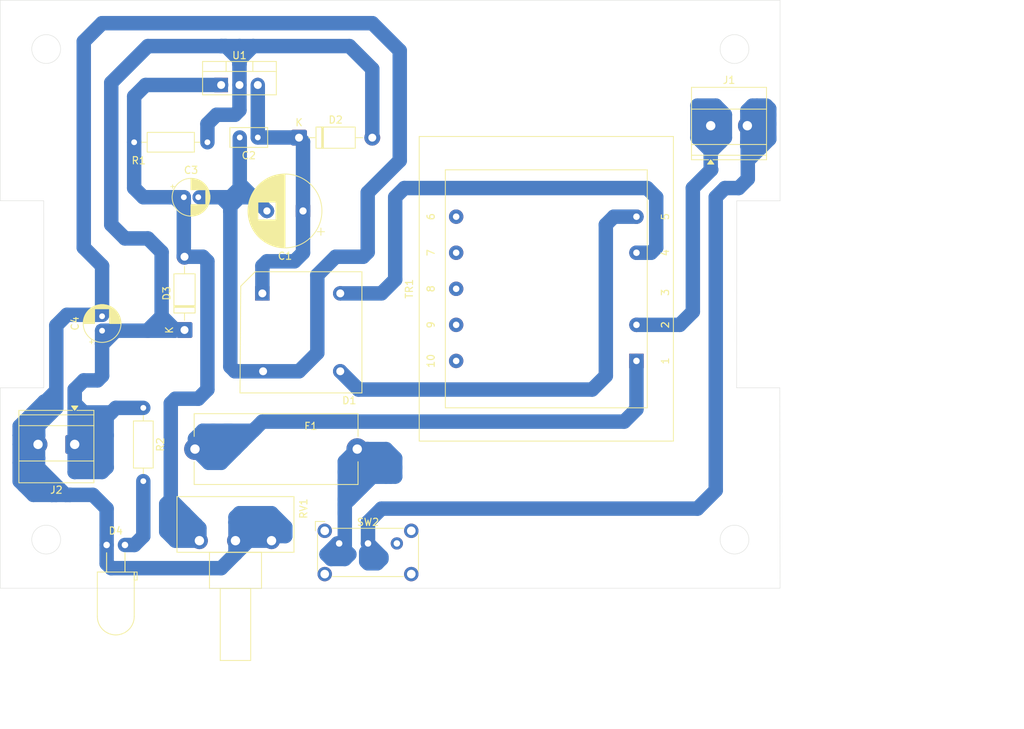
<source format=kicad_pcb>
(kicad_pcb (version 20241229) (generator "pcbnew") (generator_version "9.0")
  (title_block (title "PCB Trabajo Final Integrador") (date "2025-10-23") (rev "1.0") (company "Bolanho Alejo Eloy") (comment 1 "416154") (comment 2 "1R5"))
  (layers (0 "F.Cu" signal) (2 "B.Cu" signal) (13 "F.Paste" user) (15 "B.Paste" user) (5 "F.SilkS" user "F.Silkscreen") (7 "B.SilkS" user "B.Silkscreen") (1 "F.Mask" user) (3 "B.Mask" user) (25 "Edge.Cuts" user))
  (net 0 "")
  (net 1 "GND")
  (net 2 "Net-(D1-+)")
  (net 3 "Net-(D3-A)")
  (net 4 "+VDC")
  (net 5 "Net-(D1-Pad4)")
  (net 6 "Net-(D1-Pad3)")
  (net 7 "Net-(D4-A)")
  (net 8 "Net-(F1-Pad2)")
  (net 9 "Net-(SW2-B)")
  (net 10 "Net-(J1-Pin_1)")
  (net 11 "Net-(J1-Pin_2)")
  (footprint "Fuse:Fuseholder_Cylinder-5x20mm_Schurter_0031_8201_Horizontal_Open" (layer "F.Cu") (at 149.68 120.65 180)
    (property "Reference" "F1" (at 6.44 3.17 0) (layer "F.SilkS"))
    (property "Value" "Fuse")
    (pad "" np_thru_hole circle (at 11.25 0 180) (size 2.7 2.7) (drill 2.7) (layers "*.Cu" "*.Mask"))
    (pad "1" thru_hole circle (at 0 0 180) (size 3 3) (drill 1.3) (layers "*.Cu" "*.Mask") (net 9 "Net-(SW2-B)"))
    (pad "2" thru_hole circle (at 22.5 0 180) (size 3 3) (drill 1.3) (layers "*.Cu" "*.Mask") (net 8 "Net-(F1-Pad2)"))
  )
  (footprint "Transformer_THT:Transformer_Breve_TEZ-35x42" (layer "F.Cu") (at 188.395 108.425 90)
    (property "Reference" "TR1" (at 10 -31.5 90) (layer "F.SilkS"))
    (property "Value" "35-40V 2A")
    (fp_text user "3" (at 9.5 4 90) (layer "F.SilkS"))
    (fp_text user "1" (at 0 4 90) (layer "F.SilkS"))
    (fp_text user "4" (at 15 4 90) (layer "F.SilkS"))
    (fp_text user "7" (at 15 -28.5 90) (layer "F.SilkS"))
    (fp_text user "9" (at 5 -28.5 90) (layer "F.SilkS"))
    (fp_text user "8" (at 10 -28.5 90) (layer "F.SilkS"))
    (fp_text user "5" (at 20 4 90) (layer "F.SilkS"))
    (fp_text user "10" (at 0 -28.5 90) (layer "F.SilkS"))
    (fp_text user "2" (at 5 4 90) (layer "F.SilkS"))
    (fp_text user "6" (at 20 -28.5 90) (layer "F.SilkS"))
    (pad "1" thru_hole rect (at 0 0 90) (size 2 2) (drill 0.9) (layers "*.Cu" "*.Mask") (net 8 "Net-(F1-Pad2)"))
    (pad "2" thru_hole circle (at 5 0 90) (size 2 2) (drill 0.9) (layers "*.Cu" "*.Mask") (net 10 "Net-(J1-Pin_1)"))
    (pad "4" thru_hole circle (at 15 0 90) (size 2 2) (drill 0.9) (layers "*.Cu" "*.Mask") (net 5 "Net-(D1-Pad4)"))
    (pad "5" thru_hole circle (at 20 0 90) (size 2 2) (drill 0.9) (layers "*.Cu" "*.Mask") (net 6 "Net-(D1-Pad3)"))
    (pad "6" thru_hole circle (at 20 -25 90) (size 2 2) (drill 0.9) (layers "*.Cu" "*.Mask"))
    (pad "7" thru_hole circle (at 15 -25 90) (size 2 2) (drill 0.9) (layers "*.Cu" "*.Mask"))
    (pad "8" thru_hole circle (at 10 -25 90) (size 2 2) (drill 0.9) (layers "*.Cu" "*.Mask"))
    (pad "9" thru_hole circle (at 5 -25 90) (size 2 2) (drill 0.9) (layers "*.Cu" "*.Mask"))
    (pad "10" thru_hole circle (at 0 -25 90) (size 2 2) (drill 0.9) (layers "*.Cu" "*.Mask"))
  )
  (footprint "Resistor_THT:R_Axial_DIN0207_L6.3mm_D2.5mm_P10.16mm_Horizontal" (layer "F.Cu") (at 128.905 78.105 180)
    (property "Reference" "R1" (at 9.525 -2.54 0) (layer "F.SilkS"))
    (property "Value" "220R")
    (pad "1" thru_hole circle (at 0 0 180) (size 1.6 1.6) (drill 0.8) (layers "*.Cu" "*.Mask") (net 4 "+VDC"))
    (pad "2" thru_hole circle (at 10.16 0 180) (size 1.6 1.6) (drill 0.8) (layers "*.Cu" "*.Mask") (net 3 "Net-(D3-A)"))
  )
  (footprint "Capacitor_THT:C_Disc_D5.0mm_W2.5mm_P2.50mm" (layer "F.Cu") (at 135.89 77.442112 180)
    (property "Reference" "C2" (at 1.25 -2.5 0) (layer "F.SilkS"))
    (property "Value" "100nF")
    (pad "1" thru_hole circle (at 0 0 180) (size 1.6 1.6) (drill 0.8) (layers "*.Cu" "*.Mask") (net 2 "Net-(D1-+)"))
    (pad "2" thru_hole circle (at 2.5 0 180) (size 1.6 1.6) (drill 0.8) (layers "*.Cu" "*.Mask") (net 1 "GND"))
  )
  (footprint "Capacitor_THT:CP_Radial_D5.0mm_P2.00mm" (layer "F.Cu") (at 125.635 85.725)
    (property "Reference" "C3" (at 1 -3.75 0) (layer "F.SilkS"))
    (property "Value" "10uF")
    (pad "1" thru_hole roundrect (at 0 0) (size 1.6 1.6) (drill 0.8) (layers "*.Cu" "*.Mask") (roundrect_rratio 0.15625) (net 3 "Net-(D3-A)"))
    (pad "2" thru_hole circle (at 2 0) (size 1.6 1.6) (drill 0.8) (layers "*.Cu" "*.Mask") (net 1 "GND"))
  )
  (footprint "Capacitor_THT:CP_Radial_D5.0mm_P2.00mm" (layer "F.Cu") (at 114.3 104.235 90)
    (property "Reference" "C4" (at 1 -3.75 90) (layer "F.SilkS"))
    (property "Value" "10uF 50V")
    (pad "1" thru_hole roundrect (at 0 0 90) (size 1.6 1.6) (drill 0.8) (layers "*.Cu" "*.Mask") (roundrect_rratio 0.15625) (net 4 "+VDC"))
    (pad "2" thru_hole circle (at 2 0 90) (size 1.6 1.6) (drill 0.8) (layers "*.Cu" "*.Mask") (net 1 "GND"))
  )
  (footprint "TerminalBlock_Phoenix:TerminalBlock_Phoenix_MKDS-1,5-2-5.08_1x02_P5.08mm_Horizontal" (layer "F.Cu") (at 110.5 120 180)
    (property "Reference" "J2" (at 2.54 -6.32 0) (layer "F.SilkS"))
    (property "Value" "1,5-30V 1,5A")
    (pad "1" thru_hole roundrect (at 0 0 180) (size 2.6 2.6) (drill 1.3) (layers "*.Cu" "*.Mask") (roundrect_rratio 0.096154) (net 4 "+VDC"))
    (pad "2" thru_hole circle (at 5.08 0 180) (size 2.6 2.6) (drill 1.3) (layers "*.Cu" "*.Mask") (net 1 "GND"))
  )
  (footprint "Diode_THT:Diode_Bridge_16.7x16.7x6.3mm_P10.8mm" (layer "F.Cu") (at 136.525 99.06)
    (property "Reference" "D1" (at 12.05 14.85 180) (layer "F.SilkS"))
    (property "Value" "MDB6S")
    (pad "1" thru_hole rect (at 0 0 180) (size 2 2) (drill 1.1) (layers "*.Cu" "*.Mask") (net 2 "Net-(D1-+)"))
    (pad "2" thru_hole circle (at 0.1 10.8 180) (size 2 2) (drill 1.1) (layers "*.Cu" "*.Mask") (net 1 "GND"))
    (pad "3" thru_hole circle (at 10.8 10.8 180) (size 2 2) (drill 1.1) (layers "*.Cu" "*.Mask") (net 6 "Net-(D1-Pad3)"))
    (pad "4" thru_hole circle (at 10.8 0 180) (size 2 2) (drill 1.1) (layers "*.Cu" "*.Mask") (net 5 "Net-(D1-Pad4)"))
  )
  (footprint "Diode_THT:D_DO-41_SOD81_P10.16mm_Horizontal" (layer "F.Cu") (at 125.73 104.14 90)
    (property "Reference" "D3" (at 5.08 -2.47 90) (layer "F.SilkS"))
    (property "Value" "1N4002")
    (fp_text user "K" (at 0 -2.1 90) (layer "F.SilkS"))
    (pad "1" thru_hole roundrect (at 0 0 90) (size 2.2 2.2) (drill 1.1) (layers "*.Cu" "*.Mask") (roundrect_rratio 0.113636) (net 4 "+VDC"))
    (pad "2" thru_hole circle (at 10.16 0 90) (size 2.2 2.2) (drill 1.1) (layers "*.Cu" "*.Mask") (net 3 "Net-(D3-A)"))
  )
  (footprint "Button_Switch_THT:SW_E-Switch_EG1224_SPDT_Angled" (layer "F.Cu") (at 147.1725 133.7325)
    (property "Reference" "SW2" (at 4 -2.95 0) (layer "F.SilkS"))
    (property "Value" "SW_SPST")
    (pad "" thru_hole circle (at -2 -1.75) (size 2 2) (drill 1.2) (layers "*.Cu" "*.Mask"))
    (pad "" thru_hole circle (at -2 4.25) (size 2 2) (drill 1.2) (layers "*.Cu" "*.Mask"))
    (pad "" thru_hole circle (at 10 -1.75) (size 2 2) (drill 1.2) (layers "*.Cu" "*.Mask"))
    (pad "" thru_hole circle (at 10 4.25) (size 2 2) (drill 1.2) (layers "*.Cu" "*.Mask"))
    (pad "1" thru_hole circle (at 0 0) (size 1.7 1.7) (drill 0.9) (layers "*.Cu" "*.Mask") (net 9 "Net-(SW2-B)"))
    (pad "2" thru_hole circle (at 4 0) (size 1.7 1.7) (drill 0.9) (layers "*.Cu" "*.Mask") (net 11 "Net-(J1-Pin_2)"))
    (pad "3" thru_hole circle (at 8 0) (size 1.7 1.7) (drill 0.9) (layers "*.Cu" "*.Mask"))
  )
  (footprint "Package_TO_SOT_THT:TO-220-3_Vertical" (layer "F.Cu") (at 130.81 70.165)
    (property "Reference" "U1" (at 2.54 -4.1 0) (layer "F.SilkS"))
    (property "Value" "LM317_TO-220")
    (pad "1" thru_hole rect (at 0 0) (size 1.905 2) (drill 1.1) (layers "*.Cu" "*.Mask") (net 3 "Net-(D3-A)"))
    (pad "2" thru_hole oval (at 2.54 0) (size 1.905 2) (drill 1.1) (layers "*.Cu" "*.Mask") (net 4 "+VDC"))
    (pad "3" thru_hole oval (at 5.08 0) (size 1.905 2) (drill 1.1) (layers "*.Cu" "*.Mask") (net 2 "Net-(D1-+)"))
  )
  (footprint "Resistor_THT:R_Axial_DIN0207_L6.3mm_D2.5mm_P10.16mm_Horizontal" (layer "F.Cu") (at 120.015 114.935 -90)
    (property "Reference" "R2" (at 5.08 -2.37 90) (layer "F.SilkS"))
    (property "Value" "1K")
    (pad "1" thru_hole circle (at 0 0 270) (size 1.6 1.6) (drill 0.8) (layers "*.Cu" "*.Mask") (net 4 "+VDC"))
    (pad "2" thru_hole circle (at 10.16 0 270) (size 1.6 1.6) (drill 0.8) (layers "*.Cu" "*.Mask") (net 7 "Net-(D4-A)"))
  )
  (footprint "Diode_THT:D_DO-41_SOD81_P10.16mm_Horizontal" (layer "F.Cu") (at 141.605 77.47)
    (property "Reference" "D2" (at 5.08 -2.47 0) (layer "F.SilkS"))
    (property "Value" "1N4002")
    (fp_text user "K" (at 0 -2.1 0) (layer "F.SilkS"))
    (pad "1" thru_hole roundrect (at 0 0) (size 2.2 2.2) (drill 1.1) (layers "*.Cu" "*.Mask") (roundrect_rratio 0.113636) (net 2 "Net-(D1-+)"))
    (pad "2" thru_hole circle (at 10.16 0) (size 2.2 2.2) (drill 1.1) (layers "*.Cu" "*.Mask") (net 4 "+VDC"))
  )
  (footprint "Capacitor_THT:CP_Radial_D10.0mm_P5.00mm" (layer "F.Cu") (at 142.16 87.63 180)
    (property "Reference" "C1" (at 2.5 -6.25 0) (layer "F.SilkS"))
    (property "Value" "2200uF 63V")
    (pad "1" thru_hole roundrect (at 0 0 180) (size 2 2) (drill 1) (layers "*.Cu" "*.Mask") (roundrect_rratio 0.125) (net 2 "Net-(D1-+)"))
    (pad "2" thru_hole circle (at 5 0 180) (size 2 2) (drill 1) (layers "*.Cu" "*.Mask") (net 1 "GND"))
  )
  (footprint "Potentiometer_THT:Potentiometer_Piher_T-16H_Single_Horizontal" (layer "F.Cu") (at 127.795 133.35 -90)
    (property "Reference" "RV1" (at -4.445 -14.445 90) (layer "F.SilkS"))
    (property "Value" "5K")
    (pad "1" thru_hole circle (at 0 0 270) (size 2.34 2.34) (drill 1.3) (layers "*.Cu" "*.Mask") (net 3 "Net-(D3-A)"))
    (pad "2" thru_hole circle (at 0 -5 270) (size 2.34 2.34) (drill 1.3) (layers "*.Cu" "*.Mask") (net 1 "GND"))
    (pad "3" thru_hole circle (at 0 -10 270) (size 2.34 2.34) (drill 1.3) (layers "*.Cu" "*.Mask") (net 1 "GND"))
  )
  (footprint "LED_THT:LED_D5.0mm_Horizontal_O3.81mm_Z9.0mm" (layer "F.Cu") (at 114.93 133.945)
    (property "Reference" "D4" (at 1.27 -1.96 0) (layer "F.SilkS"))
    (property "Value" "LED")
    (pad "1" thru_hole rect (at 0 0) (size 1.8 1.8) (drill 0.9) (layers "*.Cu" "*.Mask") (net 1 "GND"))
    (pad "2" thru_hole circle (at 2.54 0) (size 1.8 1.8) (drill 0.9) (layers "*.Cu" "*.Mask") (net 7 "Net-(D4-A)"))
  )
  (footprint "TerminalBlock_Phoenix:TerminalBlock_Phoenix_MKDS-1,5-2-5.08_1x02_P5.08mm_Horizontal" (layer "F.Cu") (at 198.69 75.81)
    (property "Reference" "J1" (at 2.54 -6.32 0) (layer "F.SilkS"))
    (property "Value" "220V")
    (pad "1" thru_hole roundrect (at 0 0) (size 2.6 2.6) (drill 1.3) (layers "*.Cu" "*.Mask") (roundrect_rratio 0.096154) (net 10 "Net-(J1-Pin_1)"))
    (pad "2" thru_hole circle (at 5.08 0) (size 2.6 2.6) (drill 1.3) (layers "*.Cu" "*.Mask") (net 11 "Net-(J1-Pin_2)"))
  )
  (gr_circle (center 106.55 65.18) (end 108.55 65.18) (stroke (width 0.05)) (fill no) (layer "Edge.Cuts"))
  (gr_line (start 202.3 86.23) (end 202.28 112.16) (stroke (width 0.05)) (layer "Edge.Cuts"))
  (gr_line (start 208.305 86.23) (end 202.3 86.23) (stroke (width 0.05)) (layer "Edge.Cuts"))
  (gr_circle (center 106.55 133.2) (end 108.55 133.2) (stroke (width 0.05)) (fill no) (layer "Edge.Cuts"))
  (gr_line (start 100.195 58.43) (end 100.195 86.22) (stroke (width 0.05)) (layer "Edge.Cuts"))
  (gr_line (start 106.2 86.22) (end 106.22 112.16) (stroke (width 0.05)) (layer "Edge.Cuts"))
  (gr_line (start 100.195 58.43) (end 208.305 58.43) (stroke (width 0.05)) (layer "Edge.Cuts"))
  (gr_line (start 202.28 112.16) (end 208.28 112.16) (stroke (width 0.05)) (layer "Edge.Cuts"))
  (gr_line (start 208.28 112.16) (end 208.305 139.93) (stroke (width 0.05)) (layer "Edge.Cuts"))
  (gr_line (start 208.305 139.93) (end 100.195 139.93) (stroke (width 0.05)) (layer "Edge.Cuts"))
  (gr_line (start 208.305 86.23) (end 208.305 58.43) (stroke (width 0.05)) (layer "Edge.Cuts"))
  (gr_line (start 100.195 86.22) (end 106.2 86.22) (stroke (width 0.05)) (layer "Edge.Cuts"))
  (gr_line (start 106.22 112.16) (end 100.195 112.16) (stroke (width 0.05)) (layer "Edge.Cuts"))
  (gr_line (start 100.195 139.93) (end 100.195 112.16) (stroke (width 0.05)) (layer "Edge.Cuts"))
  (gr_circle (center 201.99 133.2) (end 203.99 133.2) (stroke (width 0.05)) (fill no) (layer "Edge.Cuts"))
  (gr_circle (center 201.99 65.18) (end 203.99 65.18) (stroke (width 0.05)) (fill no) (layer "Edge.Cuts"))
  (segment (start 114.93 133.945) (end 114.93 136.52) (width 2) (layer "B.Cu") (net 1))
  (segment (start 114.3 61.595) (end 151.765 61.595) (width 2) (layer "B.Cu") (net 1))
  (segment (start 155.575 65.405) (end 155.575 80.645) (width 2) (layer "B.Cu") (net 1))
  (segment (start 106.68 126.365) (end 107.315 127) (width 2) (layer "B.Cu") (net 1))
  (segment (start 109.855 127) (end 109.23 127) (width 2) (layer "B.Cu") (net 1))
  (segment (start 133.39 84.415) (end 132.08 85.725) (width 2) (layer "B.Cu") (net 1))
  (segment (start 104.785 122.555) (end 105.42 121.92) (width 2) (layer "B.Cu") (net 1))
  (segment (start 104.775 119.38) (end 103.505 120.65) (width 2) (layer "B.Cu") (net 1))
  (segment (start 109.421 102.034) (end 114.3 102.034) (width 2) (layer "B.Cu") (net 1))
  (segment (start 134.62 133.35) (end 137.795 133.35) (width 2) (layer "B.Cu") (net 1))
  (segment (start 133.7075 131.7225) (end 135.89 129.54) (width 2) (layer "B.Cu") (net 1))
  (segment (start 133.7075 131.7225) (end 132.795 130.81) (width 2) (layer "B.Cu") (net 1))
  (segment (start 130.81 85.725) (end 127.836 85.725) (width 2) (layer "B.Cu") (net 1))
  (segment (start 111.76 64.135) (end 114.3 61.595) (width 2) (layer "B.Cu") (net 1))
  (segment (start 107.315 127) (end 107.95 127) (width 2) (layer "B.Cu") (net 1))
  (segment (start 137.795 129.54) (end 139.7 131.445) (width 2) (layer "B.Cu") (net 1))
  (segment (start 132.08 86.995) (end 133.35 85.725) (width 2) (layer "B.Cu") (net 1))
  (segment (start 102.87 122.555) (end 104.785 122.555) (width 2) (layer "B.Cu") (net 1))
  (segment (start 107.95 114.935) (end 107.95 112.552058) (width 2) (layer "B.Cu") (net 1))
  (segment (start 102.87 125.095) (end 103.505 125.73) (width 2) (layer "B.Cu") (net 1))
  (segment (start 135.89 129.54) (end 137.795 129.54) (width 2) (layer "B.Cu") (net 1))
  (segment (start 132.72 109.86) (end 132.08 109.22) (width 2) (layer "B.Cu") (net 1))
  (segment (start 139.7 131.445) (end 139.7 132.715) (width 2) (layer "B.Cu") (net 1))
  (segment (start 104.775 116.84) (end 104.775 119.38) (width 2) (layer "B.Cu") (net 1))
  (segment (start 132.795 130.095) (end 133.35 129.54) (width 2) (layer "B.Cu") (net 1))
  (segment (start 134.62 85.725) (end 134.9375 85.4075) (width 2) (layer "B.Cu") (net 1))
  (segment (start 136.525 131.445) (end 137.16 131.445) (width 2) (layer "B.Cu") (net 1))
  (segment (start 132.795 133.35) (end 134.62 133.35) (width 2) (layer "B.Cu") (net 1))
  (segment (start 103.505 125.73) (end 105.41 123.825) (width 2) (layer "B.Cu") (net 1))
  (segment (start 102.87 118.745) (end 105.42 118.745) (width 2) (layer "B.Cu") (net 1))
  (segment (start 105.42 118.745) (end 105.42 116.84) (width 2) (layer "B.Cu") (net 1))
  (segment (start 115.57 137.16) (end 130.81 137.16) (width 2) (layer "B.Cu") (net 1))
  (segment (start 133.35 85.725) (end 134.62 85.725) (width 2) (layer "B.Cu") (net 1))
  (segment (start 151.765 61.595) (end 155.575 65.405) (width 2) (layer "B.Cu") (net 1))
  (segment (start 132.08 85.725) (end 133.35 85.725) (width 2) (layer "B.Cu") (net 1))
  (segment (start 133.39 83.86) (end 134.9375 85.4075) (width 2) (layer "B.Cu") (net 1))
  (segment (start 134.62 132.635) (end 133.7075 131.7225) (width 2) (layer "B.Cu") (net 1))
  (segment (start 132.795 130.81) (end 132.795 130.095) (width 2) (layer "B.Cu") (net 1))
  (segment (start 132.795 133.35) (end 132.795 130.81) (width 2) (layer "B.Cu") (net 1))
  (segment (start 136.2475 131.7225) (end 136.2475 131.8025) (width 2) (layer "B.Cu") (net 1))
  (segment (start 132.795 135.175) (end 134.62 133.35) (width 2) (layer "B.Cu") (net 1))
  (segment (start 105.41 123.825) (end 104.14 123.825) (width 2) (layer "B.Cu") (net 1))
  (segment (start 133.39 77.442112) (end 133.39 83.86) (width 2) (layer "B.Cu") (net 1))
  (segment (start 155.575 80.645) (end 151.13 85.09) (width 2) (layer "B.Cu") (net 1))
  (segment (start 132.08 109.22) (end 132.08 87.63) (width 2) (layer "B.Cu") (net 1))
  (segment (start 105.42 116.84) (end 105.42 115.082058) (width 2) (layer "B.Cu") (net 1))
  (segment (start 107.95 127) (end 109.855 127) (width 2) (layer "B.Cu") (net 1))
  (segment (start 113.03 127) (end 114.93 128.9) (width 2) (layer "B.Cu") (net 1))
  (segment (start 105.42 116.84) (end 104.775 116.84) (width 2) (layer "B.Cu") (net 1))
  (segment (start 138.43 132.715) (end 137.795 133.35) (width 2) (layer "B.Cu") (net 1))
  (segment (start 104.775 116.84) (end 102.87 118.745) (width 2) (layer "B.Cu") (net 1))
  (segment (start 130.81 85.725) (end 132.08 86.995) (width 2) (layer "B.Cu") (net 1))
  (segment (start 109.23 127) (end 105.42 123.19) (width 2) (layer "B.Cu") (net 1))
  (segment (start 106.3625 126.0475) (end 106.68 126.365) (width 2) (layer "B.Cu") (net 1))
  (segment (start 144.145 96.52) (end 144.145 107.315) (width 2) (layer "B.Cu") (net 1))
  (segment (start 102.87 118.745) (end 102.87 120.015) (width 2) (layer "B.Cu") (net 1))
  (segment (start 133.39 83.86) (end 133.39 84.415) (width 2) (layer "B.Cu") (net 1))
  (segment (start 133.7075 131.7225) (end 136.2475 131.7225) (width 2) (layer "B.Cu") (net 1))
  (segment (start 133.35 129.54) (end 135.89 129.54) (width 2) (layer "B.Cu") (net 1))
  (segment (start 105.42 125.105) (end 105.42 123.825) (width 2) (layer "B.Cu") (net 1))
  (segment (start 105.42 115.082058) (end 106.441029 114.061029) (width 2) (layer "B.Cu") (net 1))
  (segment (start 105.42 117.465) (end 107.95 114.935) (width 2) (layer "B.Cu") (net 1))
  (segment (start 105.42 121.92) (end 104.775 121.92) (width 2) (layer "B.Cu") (net 1))
  (segment (start 109.855 127) (end 113.03 127) (width 2) (layer "B.Cu") (net 1))
  (segment (start 134.9375 85.4075) (end 137.16 87.63) (width 2) (layer "B.Cu") (net 1))
  (segment (start 132.08 87.63) (end 132.08 85.725) (width 2) (layer "B.Cu") (net 1))
  (segment (start 102.87 117.475) (end 102.87 118.745) (width 2) (layer "B.Cu") (net 1))
  (segment (start 139.7 132.715) (end 138.43 132.715) (width 2) (layer "B.Cu") (net 1))
  (segment (start 130.81 137.16) (end 132.795 135.175) (width 2) (layer "B.Cu") (net 1))
  (segment (start 102.87 122.555) (end 102.87 125.095) (width 2) (layer "B.Cu") (net 1))
  (segment (start 136.625 109.86) (end 132.72 109.86) (width 2) (layer "B.Cu") (net 1))
  (segment (start 103.505 125.73) (end 104.775 127) (width 2) (layer "B.Cu") (net 1))
  (segment (start 114.93 136.52) (end 115.57 137.16) (width 2) (layer "B.Cu") (net 1))
  (segment (start 105.42 125.105) (end 107.315 127) (width 2) (layer "B.Cu") (net 1))
  (segment (start 105.41 123.825) (end 105.42 123.825) (width 2) (layer "B.Cu") (net 1))
  (segment (start 114.3 95.25) (end 111.76 92.71) (width 2) (layer "B.Cu") (net 1))
  (segment (start 111.76 92.71) (end 111.76 64.135) (width 2) (layer "B.Cu") (net 1))
  (segment (start 105.42 123.19) (end 105.42 121.92) (width 2) (layer "B.Cu") (net 1))
  (segment (start 107.95 103.505) (end 109.421 102.034) (width 2) (layer "B.Cu") (net 1))
  (segment (start 104.14 123.825) (end 102.87 122.555) (width 2) (layer "B.Cu") (net 1))
  (segment (start 134.62 133.35) (end 134.62 132.635) (width 2) (layer "B.Cu") (net 1))
  (segment (start 141.6 109.86) (end 136.625 109.86) (width 2) (layer "B.Cu") (net 1))
  (segment (start 105.42 120) (end 105.42 118.745) (width 2) (layer "B.Cu") (net 1))
  (segment (start 151.13 85.09) (end 151.13 93.345) (width 2) (layer "B.Cu") (net 1))
  (segment (start 106.441029 114.061029) (end 106.283971 114.061029) (width 2) (layer "B.Cu") (net 1))
  (segment (start 103.505 120.65) (end 102.87 120.015) (width 2) (layer "B.Cu") (net 1))
  (segment (start 132.08 87.63) (end 132.08 86.995) (width 2) (layer "B.Cu") (net 1))
  (segment (start 102.87 120.015) (end 102.87 122.555) (width 2) (layer "B.Cu") (net 1))
  (segment (start 104.775 121.92) (end 103.505 120.65) (width 2) (layer "B.Cu") (net 1))
  (segment (start 150.495 93.98) (end 146.685 93.98) (width 2) (layer "B.Cu") (net 1))
  (segment (start 104.775 127) (end 107.95 127) (width 2) (layer "B.Cu") (net 1))
  (segment (start 105.42 123.825) (end 105.42 123.19) (width 2) (layer "B.Cu") (net 1))
  (segment (start 132.795 135.175) (end 132.795 133.35) (width 2) (layer "B.Cu") (net 1))
  (segment (start 106.441029 114.061029) (end 107.95 112.552058) (width 2) (layer "B.Cu") (net 1))
  (segment (start 106.283971 114.061029) (end 102.87 117.475) (width 2) (layer "B.Cu") (net 1))
  (segment (start 132.08 85.725) (end 130.81 85.725) (width 2) (layer "B.Cu") (net 1))
  (segment (start 137.16 131.445) (end 138.43 132.715) (width 2) (layer "B.Cu") (net 1))
  (segment (start 136.525 131.445) (end 136.2475 131.7225) (width 2) (layer "B.Cu") (net 1))
  (segment (start 107.95 112.552058) (end 107.95 103.505) (width 2) (layer "B.Cu") (net 1))
  (segment (start 114.93 128.9) (end 114.93 133.945) (width 2) (layer "B.Cu") (net 1))
  (segment (start 144.145 107.315) (end 141.6 109.86) (width 2) (layer "B.Cu") (net 1))
  (segment (start 105.42 118.745) (end 105.42 117.465) (width 2) (layer "B.Cu") (net 1))
  (segment (start 146.685 93.98) (end 144.145 96.52) (width 2) (layer "B.Cu") (net 1))
  (segment (start 105.42 121.92) (end 105.42 120) (width 2) (layer "B.Cu") (net 1))
  (segment (start 105.42 125.105) (end 106.68 126.365) (width 2) (layer "B.Cu") (net 1))
  (segment (start 114.3 102.034) (end 114.3 95.25) (width 2) (layer "B.Cu") (net 1))
  (segment (start 136.2475 131.8025) (end 137.795 133.35) (width 2) (layer "B.Cu") (net 1))
  (segment (start 151.13 93.345) (end 150.495 93.98) (width 2) (layer "B.Cu") (net 1))
  (segment (start 142.16 87.63) (end 142.16 78.025) (width 2) (layer "B.Cu") (net 2))
  (segment (start 142.16 78.025) (end 141.605 77.47) (width 2) (layer "B.Cu") (net 2))
  (segment (start 140.97 94.615) (end 137.16 94.615) (width 2) (layer "B.Cu") (net 2))
  (segment (start 142.16 87.63) (end 142.16 93.425) (width 2) (layer "B.Cu") (net 2))
  (segment (start 136.525 95.25) (end 136.525 99.06) (width 2) (layer "B.Cu") (net 2))
  (segment (start 135.89 77.442112) (end 135.89 70.165) (width 2) (layer "B.Cu") (net 2))
  (segment (start 142.16 93.425) (end 140.97 94.615) (width 2) (layer "B.Cu") (net 2))
  (segment (start 135.89 77.442112) (end 141.577112 77.442112) (width 2) (layer "B.Cu") (net 2))
  (segment (start 137.16 94.615) (end 136.525 95.25) (width 2) (layer "B.Cu") (net 2))
  (segment (start 141.577112 77.442112) (end 141.605 77.47) (width 2) (layer "B.Cu") (net 2))
  (segment (start 123.825 85.725) (end 124.364 85.725) (width 2) (layer "B.Cu") (net 3))
  (segment (start 123.19 131.445) (end 123.19 128.27) (width 2) (layer "B.Cu") (net 3))
  (segment (start 123.19 128.27) (end 123.825 127.635) (width 2) (layer "B.Cu") (net 3))
  (segment (start 125.73 129.54) (end 127.3175 131.1275) (width 2) (layer "B.Cu") (net 3))
  (segment (start 127.3175 131.1275) (end 127.795 131.605) (width 2) (layer "B.Cu") (net 3))
  (segment (start 124.46 133.35) (end 123.19 132.08) (width 2) (layer "B.Cu") (net 3))
  (segment (start 127 131.445) (end 127.3175 131.1275) (width 2) (layer "B.Cu") (net 3))
  (segment (start 118.745 78.105) (end 118.745 84.455) (width 2) (layer "B.Cu") (net 3))
  (segment (start 127.795 131.605) (end 127.795 133.35) (width 2) (layer "B.Cu") (net 3))
  (segment (start 123.825 85.725) (end 125.635 85.725) (width 2) (layer "B.Cu") (net 3))
  (segment (start 120.335 70.165) (end 130.81 70.165) (width 2) (layer "B.Cu") (net 3))
  (segment (start 124.364 85.725) (end 125.634 86.995) (width 2) (layer "B.Cu") (net 3))
  (segment (start 124.46 113.665) (end 123.825 114.3) (width 2) (layer "B.Cu") (net 3))
  (segment (start 125.634 86.995) (end 125.634 85.725) (width 2) (layer "B.Cu") (net 3))
  (segment (start 127.795 133.35) (end 124.46 133.35) (width 2) (layer "B.Cu") (net 3))
  (segment (start 128.905 94.615) (end 128.905 112.395) (width 2) (layer "B.Cu") (net 3))
  (segment (start 128.27 93.98) (end 128.905 94.615) (width 2) (layer "B.Cu") (net 3))
  (segment (start 123.825 114.3) (end 123.825 127.635) (width 2) (layer "B.Cu") (net 3))
  (segment (start 125.73 93.98) (end 125.634 93.884) (width 2) (layer "B.Cu") (net 3))
  (segment (start 128.905 112.395) (end 127.635 113.665) (width 2) (layer "B.Cu") (net 3))
  (segment (start 123.19 131.445) (end 127 131.445) (width 2) (layer "B.Cu") (net 3))
  (segment (start 123.19 132.08) (end 123.19 131.445) (width 2) (layer "B.Cu") (net 3))
  (segment (start 125.634 93.884) (end 125.634 86.995) (width 2) (layer "B.Cu") (net 3))
  (segment (start 118.745 84.455) (end 120.015 85.725) (width 2) (layer "B.Cu") (net 3))
  (segment (start 118.745 78.105) (end 118.745 71.755) (width 2) (layer "B.Cu") (net 3))
  (segment (start 118.745 71.755) (end 120.335 70.165) (width 2) (layer "B.Cu") (net 3))
  (segment (start 127.635 113.665) (end 124.46 113.665) (width 2) (layer "B.Cu") (net 3))
  (segment (start 123.825 127.635) (end 125.73 129.54) (width 2) (layer "B.Cu") (net 3))
  (segment (start 125.73 93.98) (end 128.27 93.98) (width 2) (layer "B.Cu") (net 3))
  (segment (start 123.19 131.445) (end 125.095 129.54) (width 2) (layer "B.Cu") (net 3))
  (segment (start 125.095 129.54) (end 125.73 129.54) (width 2) (layer "B.Cu") (net 3))
  (segment (start 120.015 85.725) (end 123.825 85.725) (width 2) (layer "B.Cu") (net 3))
  (segment (start 110.5 123.815) (end 110.49 123.825) (width 2) (layer "B.Cu") (net 4))
  (segment (start 110.5 112.385) (end 111.76 111.125) (width 2) (layer "B.Cu") (net 4))
  (segment (start 123.19 104.14) (end 125.73 104.14) (width 2) (layer "B.Cu") (net 4))
  (segment (start 112.395 117.475) (end 112.395 121.285) (width 2) (layer "B.Cu") (net 4))
  (segment (start 114.935 123.19) (end 114.3 123.825) (width 2) (layer "B.Cu") (net 4))
  (segment (start 113.665 117.475) (end 113.04 117.475) (width 2) (layer "B.Cu") (net 4))
  (segment (start 122.555 102.235) (end 124.46 104.14) (width 2) (layer "B.Cu") (net 4))
  (segment (start 113.665 119.38) (end 113.03 120.015) (width 2) (layer "B.Cu") (net 4))
  (segment (start 111.76 115.57) (end 110.5 114.31) (width 2) (layer "B.Cu") (net 4))
  (segment (start 120.65 104.236) (end 116.205 104.236) (width 2) (layer "B.Cu") (net 4))
  (segment (start 114.3 106.045) (end 114.3 104.235) (width 2) (layer "B.Cu") (net 4))
  (segment (start 114.3 106.045) (end 114.396 106.045) (width 2) (layer "B.Cu") (net 4))
  (segment (start 115.57 69.85) (end 120.65 64.77) (width 2) (layer "B.Cu") (net 4))
  (segment (start 133.35 66.675) (end 133.35 67.31) (width 2) (layer "B.Cu") (net 4))
  (segment (start 114.396 106.045) (end 116.205 104.236) (width 2) (layer "B.Cu") (net 4))
  (segment (start 113.665 117.475) (end 114.3 118.11) (width 2) (layer "B.Cu") (net 4))
  (segment (start 113.03 120.015) (end 113.03 121.92) (width 2) (layer "B.Cu") (net 4))
  (segment (start 131.445 64.77) (end 130.81 64.77) (width 2) (layer "B.Cu") (net 4))
  (segment (start 120.65 64.77) (end 130.81 64.77) (width 2) (layer "B.Cu") (net 4))
  (segment (start 151.765 67.945) (end 151.765 77.47) (width 2) (layer "B.Cu") (net 4))
  (segment (start 113.03 122.555) (end 110.5 122.555) (width 2) (layer "B.Cu") (net 4))
  (segment (start 110.5 122.555) (end 110.5 120) (width 2) (layer "B.Cu") (net 4))
  (segment (start 115.57 115.57) (end 111.76 115.57) (width 2) (layer "B.Cu") (net 4))
  (segment (start 112.395 121.285) (end 113.03 121.92) (width 2) (layer "B.Cu") (net 4))
  (segment (start 110.5 114.935) (end 110.5 117.475) (width 2) (layer "B.Cu") (net 4))
  (segment (start 110.5 117.475) (end 110.5 120) (width 2) (layer "B.Cu") (net 4))
  (segment (start 115.57 115.57) (end 116.205 114.935) (width 2) (layer "B.Cu") (net 4))
  (segment (start 133.35 64.77) (end 135.255 64.77) (width 2) (layer "B.Cu") (net 4))
  (segment (start 133.35 67.31) (end 133.35 64.77) (width 2) (layer "B.Cu") (net 4))
  (segment (start 135.255 64.77) (end 133.35 66.675) (width 2) (layer "B.Cu") (net 4))
  (segment (start 113.04 117.475) (end 110.5 114.935) (width 2) (layer "B.Cu") (net 4))
  (segment (start 116.205 104.236) (end 114.3 104.236) (width 2) (layer "B.Cu") (net 4))
  (segment (start 114.935 116.205) (end 115.57 115.57) (width 2) (layer "B.Cu") (net 4))
  (segment (start 113.665 123.19) (end 113.03 122.555) (width 2) (layer "B.Cu") (net 4))
  (segment (start 130.175 74.295) (end 132.715 74.295) (width 2) (layer "B.Cu") (net 4))
  (segment (start 132.715 74.295) (end 133.35 73.66) (width 2) (layer "B.Cu") (net 4))
  (segment (start 114.3 123.825) (end 110.49 123.825) (width 2) (layer "B.Cu") (net 4))
  (segment (start 114.3 110.49) (end 114.3 106.045) (width 2) (layer "B.Cu") (net 4))
  (segment (start 130.81 64.77) (end 133.35 64.77) (width 2) (layer "B.Cu") (net 4))
  (segment (start 110.5 123.815) (end 110.5 122.555) (width 2) (layer "B.Cu") (net 4))
  (segment (start 120.65 91.44) (end 117.475 91.44) (width 2) (layer "B.Cu") (net 4))
  (segment (start 113.665 111.125) (end 114.3 110.49) (width 2) (layer "B.Cu") (net 4))
  (segment (start 110.5 117.475) (end 112.395 117.475) (width 2) (layer "B.Cu") (net 4))
  (segment (start 122.555 103.505) (end 123.19 104.14) (width 2) (layer "B.Cu") (net 4))
  (segment (start 133.35 73.66) (end 133.35 70.165) (width 2) (layer "B.Cu") (net 4))
  (segment (start 114.3 118.11) (end 111.76 115.57) (width 2) (layer "B.Cu") (net 4))
  (segment (start 110.5 112.385) (end 110.5 123.815) (width 2) (layer "B.Cu") (net 4))
  (segment (start 115.57 89.535) (end 115.57 69.85) (width 2) (layer "B.Cu") (net 4))
  (segment (start 120.65 104.236) (end 120.65 104.14) (width 2) (layer "B.Cu") (net 4))
  (segment (start 114.935 123.19) (end 114.3 123.19) (width 2) (layer "B.Cu") (net 4))
  (segment (start 124.46 104.14) (end 124.364 104.236) (width 2) (layer "B.Cu") (net 4))
  (segment (start 114.935 118.745) (end 114.935 116.205) (width 2) (layer "B.Cu") (net 4))
  (segment (start 112.395 117.475) (end 113.665 117.475) (width 2) (layer "B.Cu") (net 4))
  (segment (start 114.935 118.745) (end 114.935 123.19) (width 2) (layer "B.Cu") (net 4))
  (segment (start 113.03 121.92) (end 114.3 123.19) (width 2) (layer "B.Cu") (net 4))
  (segment (start 122.555 102.235) (end 122.555 103.505) (width 2) (layer "B.Cu") (net 4))
  (segment (start 113.665 117.475) (end 113.665 119.38) (width 2) (layer "B.Cu") (net 4))
  (segment (start 114.3 123.19) (end 113.665 123.19) (width 2) (layer "B.Cu") (net 4))
  (segment (start 117.475 91.44) (end 115.57 89.535) (width 2) (layer "B.Cu") (net 4))
  (segment (start 128.905 75.565) (end 130.175 74.295) (width 2) (layer "B.Cu") (net 4))
  (segment (start 148.59 64.77) (end 151.765 67.945) (width 2) (layer "B.Cu") (net 4))
  (segment (start 128.905 78.105) (end 128.905 75.565) (width 2) (layer "B.Cu") (net 4))
  (segment (start 111.76 111.125) (end 113.665 111.125) (width 2) (layer "B.Cu") (net 4))
  (segment (start 135.255 64.77) (end 148.59 64.77) (width 2) (layer "B.Cu") (net 4))
  (segment (start 114.3 118.11) (end 114.935 118.745) (width 2) (layer "B.Cu") (net 4))
  (segment (start 133.35 66.675) (end 131.445 64.77) (width 2) (layer "B.Cu") (net 4))
  (segment (start 110.5 114.31) (end 110.5 112.385) (width 2) (layer "B.Cu") (net 4))
  (segment (start 120.65 104.14) (end 122.555 102.235) (width 2) (layer "B.Cu") (net 4))
  (segment (start 125.73 104.14) (end 124.46 104.14) (width 2) (layer "B.Cu") (net 4))
  (segment (start 124.364 104.236) (end 120.65 104.236) (width 2) (layer "B.Cu") (net 4))
  (segment (start 133.35 70.165) (end 133.35 67.31) (width 2) (layer "B.Cu") (net 4))
  (segment (start 120.65 91.44) (end 122.555 93.345) (width 2) (layer "B.Cu") (net 4))
  (segment (start 116.205 114.935) (end 120.015 114.935) (width 2) (layer "B.Cu") (net 4))
  (segment (start 122.555 102.235) (end 122.555 93.345) (width 2) (layer "B.Cu") (net 4))
  (segment (start 189.865 84.455) (end 156.21 84.455) (width 2) (layer "B.Cu") (net 5))
  (segment (start 191.135 85.725) (end 189.865 84.455) (width 2) (layer "B.Cu") (net 5))
  (segment (start 154.94 85.725) (end 154.94 97.155) (width 2) (layer "B.Cu") (net 5))
  (segment (start 156.21 84.455) (end 154.94 85.725) (width 2) (layer "B.Cu") (net 5))
  (segment (start 153.035 99.06) (end 147.325 99.06) (width 2) (layer "B.Cu") (net 5))
  (segment (start 153.035 99.06) (end 154.94 97.155) (width 2) (layer "B.Cu") (net 5))
  (segment (start 190.42 93.425) (end 191.135 92.71) (width 2) (layer "B.Cu") (net 5))
  (segment (start 191.135 92.71) (end 191.135 85.725) (width 2) (layer "B.Cu") (net 5))
  (segment (start 188.395 93.425) (end 190.42 93.425) (width 2) (layer "B.Cu") (net 5))
  (segment (start 184.15 89.535) (end 185.26 88.425) (width 2) (layer "B.Cu") (net 6))
  (segment (start 149.86 112.395) (end 182.245 112.395) (width 2) (layer "B.Cu") (net 6))
  (segment (start 184.15 110.49) (end 184.15 89.535) (width 2) (layer "B.Cu") (net 6))
  (segment (start 185.26 88.425) (end 188.395 88.425) (width 2) (layer "B.Cu") (net 6))
  (segment (start 147.325 109.86) (end 149.86 112.395) (width 2) (layer "B.Cu") (net 6))
  (segment (start 182.245 112.395) (end 184.15 110.49) (width 2) (layer "B.Cu") (net 6))
  (segment (start 117.47 133.945) (end 118.785 133.945) (width 2) (layer "B.Cu") (net 7))
  (segment (start 118.785 133.945) (end 120.015 132.715) (width 2) (layer "B.Cu") (net 7))
  (segment (start 120.015 132.715) (end 120.015 125.095) (width 2) (layer "B.Cu") (net 7))
  (segment (start 129.54 120.65) (end 127.18 120.65) (width 2) (layer "B.Cu") (net 8))
  (segment (start 133.6675 119.6975) (end 132.715 120.65) (width 2) (layer "B.Cu") (net 8))
  (segment (start 128.27 118.11) (end 129.72 118.11) (width 2) (layer "B.Cu") (net 8))
  (segment (start 129.72 118.11) (end 132.08 118.11) (width 2) (layer "B.Cu") (net 8))
  (segment (start 132.08 118.11) (end 133.6675 119.6975) (width 2) (layer "B.Cu") (net 8))
  (segment (start 130.81 119.38) (end 129.8575 120.3325) (width 2) (layer "B.Cu") (net 8))
  (segment (start 135.5725 117.7925) (end 136.525 116.84) (width 2) (layer "B.Cu") (net 8))
  (segment (start 132.715 119.38) (end 132.715 120.65) (width 2) (layer "B.Cu") (net 8))
  (segment (start 129.085 122.555) (end 127.18 120.65) (width 2) (layer "B.Cu") (net 8))
  (segment (start 130.81 122.555) (end 130.81 119.38) (width 2) (layer "B.Cu") (net 8))
  (segment (start 129.8575 120.3325) (end 129.54 120.65) (width 2) (layer "B.Cu") (net 8))
  (segment (start 129.8575 119.6975) (end 131.445 118.11) (width 2) (layer "B.Cu") (net 8))
  (segment (start 132.715 119.38) (end 130.81 119.38) (width 2) (layer "B.Cu") (net 8))
  (segment (start 132.715 120.65) (end 130.81 122.555) (width 2) (layer "B.Cu") (net 8))
  (segment (start 188.395 115.135) (end 188.395 108.425) (width 2) (layer "B.Cu") (net 8))
  (segment (start 132.08 118.11) (end 135.255 118.11) (width 2) (layer "B.Cu") (net 8))
  (segment (start 127.18 120.65) (end 129.72 118.11) (width 2) (layer "B.Cu") (net 8))
  (segment (start 129.8575 119.6975) (end 128.27 118.11) (width 2) (layer "B.Cu") (net 8))
  (segment (start 127.18 119.2) (end 128.27 118.11) (width 2) (layer "B.Cu") (net 8))
  (segment (start 136.525 116.84) (end 186.69 116.84) (width 2) (layer "B.Cu") (net 8))
  (segment (start 135.255 118.11) (end 135.5725 117.7925) (width 2) (layer "B.Cu") (net 8))
  (segment (start 130.81 122.555) (end 129.085 122.555) (width 2) (layer "B.Cu") (net 8))
  (segment (start 131.445 118.11) (end 132.08 118.11) (width 2) (layer "B.Cu") (net 8))
  (segment (start 129.8575 120.3325) (end 129.8575 119.6975) (width 2) (layer "B.Cu") (net 8))
  (segment (start 131.445 118.11) (end 132.715 119.38) (width 2) (layer "B.Cu") (net 8))
  (segment (start 127.18 120.65) (end 127.18 119.2) (width 2) (layer "B.Cu") (net 8))
  (segment (start 186.69 116.84) (end 188.395 115.135) (width 2) (layer "B.Cu") (net 8))
  (segment (start 133.6675 119.6975) (end 135.5725 117.7925) (width 2) (layer "B.Cu") (net 8))
  (segment (start 152.4 121.92) (end 152.4 123.19) (width 2) (layer "B.Cu") (net 9))
  (segment (start 147.955 127.635) (end 147.955 125.095) (width 2) (layer "B.Cu") (net 9))
  (segment (start 151.13 125.095) (end 151.765 124.46) (width 2) (layer "B.Cu") (net 9))
  (segment (start 149.68 120.65) (end 153.67 120.65) (width 2) (layer "B.Cu") (net 9))
  (segment (start 147.1725 133.7325) (end 146.9375 133.7325) (width 2) (layer "B.Cu") (net 9))
  (segment (start 147.955 125.095) (end 151.13 125.095) (width 2) (layer "B.Cu") (net 9))
  (segment (start 147.955 129.54) (end 147.955 127.635) (width 2) (layer "B.Cu") (net 9))
  (segment (start 151.765 124.46) (end 154.94 124.46) (width 2) (layer "B.Cu") (net 9))
  (segment (start 151.945 122.375) (end 152.4 121.92) (width 2) (layer "B.Cu") (net 9))
  (segment (start 147.955 134.62) (end 147.955 129.54) (width 2) (layer "B.Cu") (net 9))
  (segment (start 154.305 124.46) (end 153.67 124.46) (width 2) (layer "B.Cu") (net 9))
  (segment (start 150.8125 123.5075) (end 149.68 122.375) (width 2) (layer "B.Cu") (net 9))
  (segment (start 150.8125 123.5075) (end 150.495 123.825) (width 2) (layer "B.Cu") (net 9))
  (segment (start 150.1775 126.0475) (end 151.13 125.095) (width 2) (layer "B.Cu") (net 9))
  (segment (start 148.59 127.635) (end 150.1775 126.0475) (width 2) (layer "B.Cu") (net 9))
  (segment (start 154.94 123.19) (end 154.94 124.46) (width 2) (layer "B.Cu") (net 9))
  (segment (start 146.9375 133.7325) (end 145.415 135.255) (width 2) (layer "B.Cu") (net 9))
  (segment (start 153.67 120.65) (end 154.94 121.92) (width 2) (layer "B.Cu") (net 9))
  (segment (start 146.05 135.89) (end 147.955 135.89) (width 2) (layer "B.Cu") (net 9))
  (segment (start 154.94 121.92) (end 154.94 123.19) (width 2) (layer "B.Cu") (net 9))
  (segment (start 148.59 135.255) (end 147.955 134.62) (width 2) (layer "B.Cu") (net 9))
  (segment (start 151.13 120.65) (end 152.4 121.92) (width 2) (layer "B.Cu") (net 9))
  (segment (start 154.94 124.46) (end 154.305 124.46) (width 2) (layer "B.Cu") (net 9))
  (segment (start 153.67 124.46) (end 151.765 124.46) (width 2) (layer "B.Cu") (net 9))
  (segment (start 147.955 122.375) (end 149.68 120.65) (width 2) (layer "B.Cu") (net 9))
  (segment (start 151.13 120.65) (end 149.68 120.65) (width 2) (layer "B.Cu") (net 9))
  (segment (start 148.59 127.635) (end 151.765 124.46) (width 2) (layer "B.Cu") (net 9))
  (segment (start 149.68 122.375) (end 151.945 122.375) (width 2) (layer "B.Cu") (net 9))
  (segment (start 147.955 123.825) (end 147.955 122.375) (width 2) (layer "B.Cu") (net 9))
  (segment (start 150.1775 126.0475) (end 151.765 124.46) (width 2) (layer "B.Cu") (net 9))
  (segment (start 152.4 121.92) (end 153.67 121.92) (width 2) (layer "B.Cu") (net 9))
  (segment (start 147.955 127.635) (end 148.59 127.635) (width 2) (layer "B.Cu") (net 9))
  (segment (start 147.955 129.54) (end 147.955 128.27) (width 2) (layer "B.Cu") (net 9))
  (segment (start 147.955 135.89) (end 148.59 135.255) (width 2) (layer "B.Cu") (net 9))
  (segment (start 151.765 124.46) (end 150.8125 123.5075) (width 2) (layer "B.Cu") (net 9))
  (segment (start 150.495 123.825) (end 147.955 123.825) (width 2) (layer "B.Cu") (net 9))
  (segment (start 145.415 135.255) (end 146.05 135.89) (width 2) (layer "B.Cu") (net 9))
  (segment (start 152.4 123.19) (end 153.67 124.46) (width 2) (layer "B.Cu") (net 9))
  (segment (start 153.67 121.92) (end 154.94 123.19) (width 2) (layer "B.Cu") (net 9))
  (segment (start 147.955 125.095) (end 147.955 123.825) (width 2) (layer "B.Cu") (net 9))
  (segment (start 151.765 124.46) (end 154.305 124.46) (width 2) (layer "B.Cu") (net 9))
  (segment (start 147.955 128.27) (end 148.59 127.635) (width 2) (layer "B.Cu") (net 9))
  (segment (start 199.39 77.47) (end 198.69 77.47) (width 2) (layer "B.Cu") (net 10))
  (segment (start 196.215 101.6) (end 196.215 84.455) (width 2) (layer "B.Cu") (net 10))
  (segment (start 198.755 81.915) (end 198.69 81.85) (width 2) (layer "B.Cu") (net 10))
  (segment (start 196.215 84.455) (end 198.755 81.915) (width 2) (layer "B.Cu") (net 10))
  (segment (start 198.69 81.85) (end 198.69 79.31) (width 2) (layer "B.Cu") (net 10))
  (segment (start 198.69 79.31) (end 198.82 79.31) (width 2) (layer "B.Cu") (net 10))
  (segment (start 196.85 77.47) (end 196.85 73.025) (width 2) (layer "B.Cu") (net 10))
  (segment (start 194.39 103.425) (end 196.215 101.6) (width 2) (layer "B.Cu") (net 10))
  (segment (start 198.69 77.47) (end 198.69 75.81) (width 2) (layer "B.Cu") (net 10))
  (segment (start 198.69 75.81) (end 198.69 73.725) (width 2) (layer "B.Cu") (net 10))
  (segment (start 200.66 74.295) (end 200.66 77.47) (width 2) (layer "B.Cu") (net 10))
  (segment (start 198.69 73.725) (end 199.39 73.025) (width 2) (layer "B.Cu") (net 10))
  (segment (start 188.395 103.425) (end 194.39 103.425) (width 2) (layer "B.Cu") (net 10))
  (segment (start 200.66 77.47) (end 200.025 78.105) (width 2) (layer "B.Cu") (net 10))
  (segment (start 198.82 79.31) (end 200.025 78.105) (width 2) (layer "B.Cu") (net 10))
  (segment (start 196.85 73.025) (end 199.39 73.025) (width 2) (layer "B.Cu") (net 10))
  (segment (start 198.69 79.31) (end 196.85 77.47) (width 2) (layer "B.Cu") (net 10))
  (segment (start 200.025 78.105) (end 199.39 77.47) (width 2) (layer "B.Cu") (net 10))
  (segment (start 199.39 73.025) (end 200.66 74.295) (width 2) (layer "B.Cu") (net 10))
  (segment (start 204.47 73.66) (end 205.105 73.025) (width 2) (layer "B.Cu") (net 11))
  (segment (start 200.66 84.455) (end 202.565 84.455) (width 2) (layer "B.Cu") (net 11))
  (segment (start 203.835 83.185) (end 203.835 80.645) (width 2) (layer "B.Cu") (net 11))
  (segment (start 206.598 77.47) (end 205.43 77.47) (width 2) (layer "B.Cu") (net 11))
  (segment (start 151.2775 134.62) (end 151.2775 133.8375) (width 2) (layer "B.Cu") (net 11))
  (segment (start 204.405 77.47) (end 204.405 73.725) (width 2) (layer "B.Cu") (net 11))
  (segment (start 150.919 134.9785) (end 151.2775 134.62) (width 2) (layer "B.Cu") (net 11))
  (segment (start 206.598 77.47) (end 206.804 77.676) (width 2) (layer "B.Cu") (net 11))
  (segment (start 151.1725 130.7675) (end 153.035 128.905) (width 2) (layer "B.Cu") (net 11))
  (segment (start 202.565 84.455) (end 203.835 83.185) (width 2) (layer "B.Cu") (net 11))
  (segment (start 206.804 77.47) (end 206.804 77.676) (width 2) (layer "B.Cu") (net 11))
  (segment (start 203.835 79.375) (end 203.835 78.74) (width 2) (layer "B.Cu") (net 11))
  (segment (start 150.919 136.229) (end 150.919 134.9785) (width 2) (layer "B.Cu") (net 11))
  (segment (start 199.39 126.365) (end 199.39 85.725) (width 2) (layer "B.Cu") (net 11))
  (segment (start 206.804 75.565) (end 206.804 77.47) (width 2) (layer "B.Cu") (net 11))
  (segment (start 203.77 78.105) (end 203.77 78.675) (width 2) (layer "B.Cu") (net 11))
  (segment (start 205.105 73.025) (end 206.375 73.025) (width 2) (layer "B.Cu") (net 11))
  (segment (start 206.804 74.295) (end 206.804 75.565) (width 2) (layer "B.Cu") (net 11))
  (segment (start 153.035 135.89) (end 152.4425 136.4825) (width 2) (layer "B.Cu") (net 11))
  (segment (start 203.835 79.375) (end 205.74 77.47) (width 2) (layer "B.Cu") (net 11))
  (segment (start 203.77 75.81) (end 203.77 78.105) (width 2) (layer "B.Cu") (net 11))
  (segment (start 204.47 73.025) (end 205.105 73.025) (width 2) (layer "B.Cu") (net 11))
  (segment (start 203.835 80.645) (end 206.804 77.676) (width 2) (layer "B.Cu") (net 11))
  (segment (start 205.379 75.72) (end 206.804 74.295) (width 2) (layer "B.Cu") (net 11))
  (segment (start 151.1725 136.4825) (end 150.919 136.229) (width 2) (layer "B.Cu") (net 11))
  (segment (start 199.39 85.725) (end 200.66 84.455) (width 2) (layer "B.Cu") (net 11))
  (segment (start 205.379 77.419) (end 205.379 75.72) (width 2) (layer "B.Cu") (net 11))
  (segment (start 206.804 77.47) (end 204.405 77.47) (width 2) (layer "B.Cu") (net 11))
  (segment (start 196.85 128.905) (end 199.39 126.365) (width 2) (layer "B.Cu") (net 11))
  (segment (start 203.77 75.81) (end 203.77 73.725) (width 2) (layer "B.Cu") (net 11))
  (segment (start 152.4425 136.4825) (end 151.1725 136.4825) (width 2) (layer "B.Cu") (net 11))
  (segment (start 203.77 78.675) (end 203.835 78.74) (width 2) (layer "B.Cu") (net 11))
  (segment (start 203.835 80.645) (end 203.835 79.375) (width 2) (layer "B.Cu") (net 11))
  (segment (start 205.379 75.72) (end 205.379 74.569) (width 2) (layer "B.Cu") (net 11))
  (segment (start 206.804 73.454) (end 206.804 74.295) (width 2) (layer "B.Cu") (net 11))
  (segment (start 153.035 135.595) (end 153.035 135.89) (width 2) (layer "B.Cu") (net 11))
  (segment (start 205.43 77.47) (end 205.379 77.419) (width 2) (layer "B.Cu") (net 11))
  (segment (start 151.2775 133.8375) (end 151.1725 133.7325) (width 2) (layer "B.Cu") (net 11))
  (segment (start 153.035 128.905) (end 196.85 128.905) (width 2) (layer "B.Cu") (net 11))
  (segment (start 203.835 78.534) (end 206.804 75.565) (width 2) (layer "B.Cu") (net 11))
  (segment (start 151.1725 133.7325) (end 151.1725 130.7675) (width 2) (layer "B.Cu") (net 11))
  (segment (start 203.77 73.725) (end 204.47 73.025) (width 2) (layer "B.Cu") (net 11))
  (segment (start 205.379 74.569) (end 204.47 73.66) (width 2) (layer "B.Cu") (net 11))
  (segment (start 151.1725 133.7325) (end 153.035 135.595) (width 2) (layer "B.Cu") (net 11))
  (segment (start 204.405 77.47) (end 203.77 78.105) (width 2) (layer "B.Cu") (net 11))
  (segment (start 205.43 77.47) (end 203.77 75.81) (width 2) (layer "B.Cu") (net 11))
  (segment (start 204.405 73.725) (end 204.47 73.66) (width 2) (layer "B.Cu") (net 11))
  (segment (start 205.74 77.47) (end 206.598 77.47) (width 2) (layer "B.Cu") (net 11))
  (segment (start 206.375 73.025) (end 206.804 73.454) (width 2) (layer "B.Cu") (net 11))
  (segment (start 203.835 80.645) (end 203.835 78.534) (width 2) (layer "B.Cu") (net 11))
)
</source>
